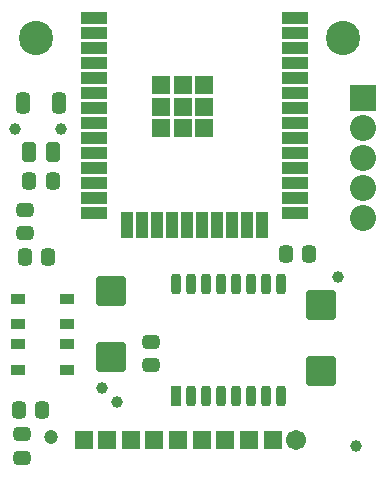
<source format=gts>
G04 Layer_Color=8388736*
%FSLAX25Y25*%
%MOIN*%
G70*
G01*
G75*
G04:AMPARAMS|DCode=46|XSize=102.49mil|YSize=102.49mil|CornerRadius=15.81mil|HoleSize=0mil|Usage=FLASHONLY|Rotation=90.000|XOffset=0mil|YOffset=0mil|HoleType=Round|Shape=RoundedRectangle|*
%AMROUNDEDRECTD46*
21,1,0.10249,0.07087,0,0,90.0*
21,1,0.07087,0.10249,0,0,90.0*
1,1,0.03162,0.03543,0.03543*
1,1,0.03162,0.03543,-0.03543*
1,1,0.03162,-0.03543,-0.03543*
1,1,0.03162,-0.03543,0.03543*
%
%ADD46ROUNDEDRECTD46*%
G04:AMPARAMS|DCode=47|XSize=47.37mil|YSize=57.21mil|CornerRadius=13.84mil|HoleSize=0mil|Usage=FLASHONLY|Rotation=270.000|XOffset=0mil|YOffset=0mil|HoleType=Round|Shape=RoundedRectangle|*
%AMROUNDEDRECTD47*
21,1,0.04737,0.02953,0,0,270.0*
21,1,0.01969,0.05721,0,0,270.0*
1,1,0.02769,-0.01476,-0.00984*
1,1,0.02769,-0.01476,0.00984*
1,1,0.02769,0.01476,0.00984*
1,1,0.02769,0.01476,-0.00984*
%
%ADD47ROUNDEDRECTD47*%
G04:AMPARAMS|DCode=48|XSize=47.37mil|YSize=70.99mil|CornerRadius=13.84mil|HoleSize=0mil|Usage=FLASHONLY|Rotation=0.000|XOffset=0mil|YOffset=0mil|HoleType=Round|Shape=RoundedRectangle|*
%AMROUNDEDRECTD48*
21,1,0.04737,0.04331,0,0,0.0*
21,1,0.01969,0.07099,0,0,0.0*
1,1,0.02769,0.00984,-0.02165*
1,1,0.02769,-0.00984,-0.02165*
1,1,0.02769,-0.00984,0.02165*
1,1,0.02769,0.00984,0.02165*
%
%ADD48ROUNDEDRECTD48*%
G04:AMPARAMS|DCode=49|XSize=47.37mil|YSize=57.21mil|CornerRadius=13.84mil|HoleSize=0mil|Usage=FLASHONLY|Rotation=0.000|XOffset=0mil|YOffset=0mil|HoleType=Round|Shape=RoundedRectangle|*
%AMROUNDEDRECTD49*
21,1,0.04737,0.02953,0,0,0.0*
21,1,0.01969,0.05721,0,0,0.0*
1,1,0.02769,0.00984,-0.01476*
1,1,0.02769,-0.00984,-0.01476*
1,1,0.02769,-0.00984,0.01476*
1,1,0.02769,0.00984,0.01476*
%
%ADD49ROUNDEDRECTD49*%
G04:AMPARAMS|DCode=50|XSize=68mil|YSize=32mil|CornerRadius=10mil|HoleSize=0mil|Usage=FLASHONLY|Rotation=270.000|XOffset=0mil|YOffset=0mil|HoleType=Round|Shape=RoundedRectangle|*
%AMROUNDEDRECTD50*
21,1,0.06800,0.01200,0,0,270.0*
21,1,0.04800,0.03200,0,0,270.0*
1,1,0.02000,-0.00600,-0.02400*
1,1,0.02000,-0.00600,0.02400*
1,1,0.02000,0.00600,0.02400*
1,1,0.02000,0.00600,-0.02400*
%
%ADD50ROUNDEDRECTD50*%
%ADD51R,0.03200X0.06600*%
%ADD52R,0.06036X0.06036*%
%ADD53R,0.06036X0.06036*%
%ADD54R,0.08674X0.04343*%
%ADD55R,0.04343X0.08674*%
G04:AMPARAMS|DCode=56|XSize=48mil|YSize=68mil|CornerRadius=14mil|HoleSize=0mil|Usage=FLASHONLY|Rotation=0.000|XOffset=0mil|YOffset=0mil|HoleType=Round|Shape=RoundedRectangle|*
%AMROUNDEDRECTD56*
21,1,0.04800,0.04000,0,0,0.0*
21,1,0.02000,0.06800,0,0,0.0*
1,1,0.02800,0.01000,-0.02000*
1,1,0.02800,-0.01000,-0.02000*
1,1,0.02800,-0.01000,0.02000*
1,1,0.02800,0.01000,0.02000*
%
%ADD56ROUNDEDRECTD56*%
%ADD57R,0.04934X0.03359*%
%ADD58C,0.11430*%
%ADD59R,0.06312X0.06312*%
%ADD60C,0.06706*%
%ADD61C,0.08674*%
%ADD62R,0.08674X0.08674*%
%ADD63C,0.03950*%
%ADD64C,0.04737*%
D46*
X36614Y61417D02*
D03*
Y39370D02*
D03*
X106693Y34646D02*
D03*
Y56693D02*
D03*
D47*
X50000Y44488D02*
D03*
Y36614D02*
D03*
X7874Y80709D02*
D03*
Y88583D02*
D03*
X7087Y13780D02*
D03*
Y5906D02*
D03*
D48*
X7480Y124016D02*
D03*
X19291D02*
D03*
D49*
X7874Y72835D02*
D03*
X15748D02*
D03*
X5906Y21654D02*
D03*
X13780D02*
D03*
X102756Y73622D02*
D03*
X94882D02*
D03*
X17323Y98032D02*
D03*
X9449D02*
D03*
D50*
X93484Y26280D02*
D03*
X83484D02*
D03*
X78484D02*
D03*
X88484D02*
D03*
X73484D02*
D03*
X63484D02*
D03*
X68484D02*
D03*
X88484Y63680D02*
D03*
X83484D02*
D03*
X78484D02*
D03*
X93484D02*
D03*
X73484D02*
D03*
X58484D02*
D03*
X63484D02*
D03*
X68484D02*
D03*
D51*
X58484Y26280D02*
D03*
D52*
X53366Y130118D02*
D03*
X67815Y115669D02*
D03*
X53366Y122894D02*
D03*
X67815D02*
D03*
X60590D02*
D03*
D53*
X67815Y130118D02*
D03*
X60590Y115669D02*
D03*
X53366D02*
D03*
X60590Y130118D02*
D03*
D54*
X97992Y87421D02*
D03*
X31063D02*
D03*
Y97421D02*
D03*
Y92421D02*
D03*
Y122421D02*
D03*
Y117421D02*
D03*
Y112421D02*
D03*
Y102421D02*
D03*
Y107421D02*
D03*
Y132421D02*
D03*
Y127421D02*
D03*
Y137421D02*
D03*
Y142421D02*
D03*
Y152421D02*
D03*
Y147421D02*
D03*
X97992D02*
D03*
Y137421D02*
D03*
Y142421D02*
D03*
Y132421D02*
D03*
Y122421D02*
D03*
Y127421D02*
D03*
Y102421D02*
D03*
Y97421D02*
D03*
Y107421D02*
D03*
Y112421D02*
D03*
Y117421D02*
D03*
Y92421D02*
D03*
Y152421D02*
D03*
D55*
X42028Y83484D02*
D03*
X87028D02*
D03*
X52028D02*
D03*
X47028D02*
D03*
X77028D02*
D03*
X72028D02*
D03*
X67028D02*
D03*
X57028D02*
D03*
X62028D02*
D03*
X82028D02*
D03*
D56*
X9449Y107874D02*
D03*
X17449D02*
D03*
D57*
X22146Y50295D02*
D03*
Y58760D02*
D03*
X5807Y50295D02*
D03*
Y58760D02*
D03*
Y43602D02*
D03*
Y35138D02*
D03*
X22146Y43602D02*
D03*
Y35138D02*
D03*
D58*
X114173Y145866D02*
D03*
X11811D02*
D03*
D59*
X90551Y11909D02*
D03*
X82677D02*
D03*
X74803D02*
D03*
X66929D02*
D03*
X59055D02*
D03*
X51181D02*
D03*
X43307D02*
D03*
X35433D02*
D03*
X27559D02*
D03*
D60*
X98425D02*
D03*
D61*
X120571Y105807D02*
D03*
Y115807D02*
D03*
Y95807D02*
D03*
Y85807D02*
D03*
D62*
Y125807D02*
D03*
D63*
X20079Y115354D02*
D03*
X118504Y9843D02*
D03*
X4724Y115354D02*
D03*
X112205Y66142D02*
D03*
X33858Y29134D02*
D03*
X38583Y24409D02*
D03*
D64*
X16535Y12598D02*
D03*
M02*

</source>
